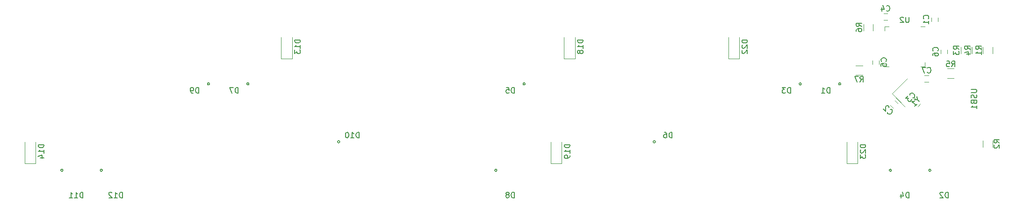
<source format=gbr>
G04 #@! TF.GenerationSoftware,KiCad,Pcbnew,(5.1.10)-1*
G04 #@! TF.CreationDate,2021-06-23T21:24:02+07:00*
G04 #@! TF.ProjectId,uso!VNC,75736f21-564e-4432-9e6b-696361645f70,rev?*
G04 #@! TF.SameCoordinates,Original*
G04 #@! TF.FileFunction,Legend,Bot*
G04 #@! TF.FilePolarity,Positive*
%FSLAX45Y45*%
G04 Gerber Fmt 4.5, Leading zero omitted, Abs format (unit mm)*
G04 Created by KiCad (PCBNEW (5.1.10)-1) date 2021-06-23 21:24:02*
%MOMM*%
%LPD*%
G01*
G04 APERTURE LIST*
%ADD10C,0.120000*%
%ADD11C,0.150000*%
G04 APERTURE END LIST*
D10*
X30776874Y-19623394D02*
X30896874Y-19623394D01*
X30896874Y-19447394D02*
X30776874Y-19447394D01*
X31196040Y-19178580D02*
X31196040Y-19058580D01*
X31020040Y-19058580D02*
X31020040Y-19178580D01*
X29619500Y-18570250D02*
X29689500Y-18570250D01*
X29689500Y-18450250D02*
X29619500Y-18450250D01*
X30362450Y-19694200D02*
X30432450Y-19694200D01*
X30432450Y-19574200D02*
X30362450Y-19574200D01*
X29416700Y-19300750D02*
X29416700Y-19370750D01*
X29536700Y-19370750D02*
X29536700Y-19300750D01*
X30603500Y-18596050D02*
X30603500Y-18526050D01*
X30483500Y-18526050D02*
X30483500Y-18596050D01*
X30292250Y-18689000D02*
X30364750Y-18689000D01*
X29642750Y-19411000D02*
X29642750Y-19338500D01*
X29715250Y-19411000D02*
X29642750Y-19411000D01*
X30364750Y-19411000D02*
X30364750Y-19338500D01*
X30292250Y-19411000D02*
X30364750Y-19411000D01*
X29642750Y-18689000D02*
X29642750Y-18761500D01*
X29715250Y-18689000D02*
X29642750Y-18689000D01*
X29771056Y-19906599D02*
X30053899Y-19623756D01*
X30004401Y-20139944D02*
X29771056Y-19906599D01*
X29238250Y-19393800D02*
X29118250Y-19393800D01*
X29118250Y-19569800D02*
X29238250Y-19569800D01*
X29431350Y-18760750D02*
X29431350Y-18640750D01*
X29255350Y-18640750D02*
X29255350Y-18760750D01*
X31396040Y-19178580D02*
X31396040Y-19058580D01*
X31220040Y-19058580D02*
X31220040Y-19178580D01*
X31420040Y-20758580D02*
X31420040Y-20878580D01*
X31596040Y-20878580D02*
X31596040Y-20758580D01*
X31596040Y-19178580D02*
X31596040Y-19058580D01*
X31420040Y-19058580D02*
X31420040Y-19178580D01*
X29151250Y-21180000D02*
X28951250Y-21180000D01*
X28951250Y-21180000D02*
X28951250Y-20790000D01*
X29151250Y-21180000D02*
X29151250Y-20790000D01*
X27008125Y-19275000D02*
X26808125Y-19275000D01*
X26808125Y-19275000D02*
X26808125Y-18885000D01*
X27008125Y-19275000D02*
X27008125Y-18885000D01*
X23793437Y-21180000D02*
X23593437Y-21180000D01*
X23593437Y-21180000D02*
X23593437Y-20790000D01*
X23793437Y-21180000D02*
X23793437Y-20790000D01*
X24031562Y-19275000D02*
X23831562Y-19275000D01*
X23831562Y-19275000D02*
X23831562Y-18885000D01*
X24031562Y-19275000D02*
X24031562Y-18885000D01*
X14268437Y-21180000D02*
X14068437Y-21180000D01*
X14068437Y-21180000D02*
X14068437Y-20790000D01*
X14268437Y-21180000D02*
X14268437Y-20790000D01*
X18911875Y-19275000D02*
X18711875Y-19275000D01*
X18711875Y-19275000D02*
X18711875Y-18885000D01*
X18911875Y-19275000D02*
X18911875Y-18885000D01*
X30774950Y-19180250D02*
X30774950Y-19110250D01*
X30654950Y-19110250D02*
X30654950Y-19180250D01*
X30237328Y-20145875D02*
X30286825Y-20096378D01*
X30201972Y-20011525D02*
X30152475Y-20061022D01*
X29874075Y-20086422D02*
X29824578Y-20036925D01*
X29739725Y-20121778D02*
X29789222Y-20171275D01*
D11*
X22618995Y-21300509D02*
G75*
G03*
X22618995Y-21300509I-20000J0D01*
G01*
X25487500Y-20783000D02*
G75*
G03*
X25487500Y-20783000I-20000J0D01*
G01*
X19772500Y-20783000D02*
G75*
G03*
X19772500Y-20783000I-20000J0D01*
G01*
X15475245Y-21300509D02*
G75*
G03*
X15475245Y-21300509I-20000J0D01*
G01*
X14760870Y-21300509D02*
G75*
G03*
X14760870Y-21300509I-20000J0D01*
G01*
X29762745Y-21300509D02*
G75*
G03*
X29762745Y-21300509I-20000J0D01*
G01*
X30477120Y-21300509D02*
G75*
G03*
X30477120Y-21300509I-20000J0D01*
G01*
X17415000Y-19730000D02*
G75*
G03*
X17415000Y-19730000I-20000J0D01*
G01*
X18129375Y-19730000D02*
G75*
G03*
X18129375Y-19730000I-20000J0D01*
G01*
X23130000Y-19730000D02*
G75*
G03*
X23130000Y-19730000I-20000J0D01*
G01*
X28130625Y-19730000D02*
G75*
G03*
X28130625Y-19730000I-20000J0D01*
G01*
X28845000Y-19730000D02*
G75*
G03*
X28845000Y-19730000I-20000J0D01*
G01*
X30853541Y-19415632D02*
X30886874Y-19368013D01*
X30910683Y-19415632D02*
X30910683Y-19315632D01*
X30872588Y-19315632D01*
X30863064Y-19320394D01*
X30858302Y-19325156D01*
X30853541Y-19334680D01*
X30853541Y-19348965D01*
X30858302Y-19358489D01*
X30863064Y-19363251D01*
X30872588Y-19368013D01*
X30910683Y-19368013D01*
X30763064Y-19315632D02*
X30810683Y-19315632D01*
X30815445Y-19363251D01*
X30810683Y-19358489D01*
X30801160Y-19353727D01*
X30777350Y-19353727D01*
X30767826Y-19358489D01*
X30763064Y-19363251D01*
X30758302Y-19372775D01*
X30758302Y-19396584D01*
X30763064Y-19406108D01*
X30767826Y-19410870D01*
X30777350Y-19415632D01*
X30801160Y-19415632D01*
X30810683Y-19410870D01*
X30815445Y-19406108D01*
X30988278Y-19101913D02*
X30940659Y-19068580D01*
X30988278Y-19044770D02*
X30888278Y-19044770D01*
X30888278Y-19082866D01*
X30893040Y-19092390D01*
X30897802Y-19097151D01*
X30907326Y-19101913D01*
X30921611Y-19101913D01*
X30931135Y-19097151D01*
X30935897Y-19092390D01*
X30940659Y-19082866D01*
X30940659Y-19044770D01*
X30888278Y-19135247D02*
X30888278Y-19197151D01*
X30926373Y-19163818D01*
X30926373Y-19178104D01*
X30931135Y-19187628D01*
X30935897Y-19192390D01*
X30945421Y-19197151D01*
X30969230Y-19197151D01*
X30978754Y-19192390D01*
X30983516Y-19187628D01*
X30988278Y-19178104D01*
X30988278Y-19149532D01*
X30983516Y-19140009D01*
X30978754Y-19135247D01*
X29671167Y-18395964D02*
X29675928Y-18400726D01*
X29690214Y-18405488D01*
X29699738Y-18405488D01*
X29714024Y-18400726D01*
X29723548Y-18391202D01*
X29728309Y-18381679D01*
X29733071Y-18362631D01*
X29733071Y-18348345D01*
X29728309Y-18329298D01*
X29723548Y-18319774D01*
X29714024Y-18310250D01*
X29699738Y-18305488D01*
X29690214Y-18305488D01*
X29675928Y-18310250D01*
X29671167Y-18315012D01*
X29585452Y-18338821D02*
X29585452Y-18405488D01*
X29609262Y-18300726D02*
X29633071Y-18372155D01*
X29571167Y-18372155D01*
X30414117Y-19519914D02*
X30418878Y-19524676D01*
X30433164Y-19529438D01*
X30442688Y-19529438D01*
X30456974Y-19524676D01*
X30466498Y-19515152D01*
X30471259Y-19505629D01*
X30476021Y-19486581D01*
X30476021Y-19472295D01*
X30471259Y-19453248D01*
X30466498Y-19443724D01*
X30456974Y-19434200D01*
X30442688Y-19429438D01*
X30433164Y-19429438D01*
X30418878Y-19434200D01*
X30414117Y-19438962D01*
X30380783Y-19429438D02*
X30314117Y-19429438D01*
X30356974Y-19529438D01*
X29662414Y-19319083D02*
X29667176Y-19314321D01*
X29671938Y-19300036D01*
X29671938Y-19290512D01*
X29667176Y-19276226D01*
X29657652Y-19266702D01*
X29648128Y-19261940D01*
X29629081Y-19257179D01*
X29614795Y-19257179D01*
X29595748Y-19261940D01*
X29586224Y-19266702D01*
X29576700Y-19276226D01*
X29571938Y-19290512D01*
X29571938Y-19300036D01*
X29576700Y-19314321D01*
X29581462Y-19319083D01*
X29571938Y-19409560D02*
X29571938Y-19361940D01*
X29619557Y-19357179D01*
X29614795Y-19361940D01*
X29610033Y-19371464D01*
X29610033Y-19395274D01*
X29614795Y-19404798D01*
X29619557Y-19409560D01*
X29629081Y-19414321D01*
X29652890Y-19414321D01*
X29662414Y-19409560D01*
X29667176Y-19404798D01*
X29671938Y-19395274D01*
X29671938Y-19371464D01*
X29667176Y-19361940D01*
X29662414Y-19357179D01*
X30429214Y-18544383D02*
X30433976Y-18539621D01*
X30438738Y-18525336D01*
X30438738Y-18515812D01*
X30433976Y-18501526D01*
X30424452Y-18492002D01*
X30414928Y-18487240D01*
X30395881Y-18482479D01*
X30381595Y-18482479D01*
X30362548Y-18487240D01*
X30353024Y-18492002D01*
X30343500Y-18501526D01*
X30338738Y-18515812D01*
X30338738Y-18525336D01*
X30343500Y-18539621D01*
X30348262Y-18544383D01*
X30438738Y-18639621D02*
X30438738Y-18582479D01*
X30438738Y-18611050D02*
X30338738Y-18611050D01*
X30353024Y-18601526D01*
X30362548Y-18592002D01*
X30367309Y-18582479D01*
X30079940Y-18513238D02*
X30079940Y-18594190D01*
X30075178Y-18603714D01*
X30070417Y-18608476D01*
X30060893Y-18613238D01*
X30041845Y-18613238D01*
X30032321Y-18608476D01*
X30027559Y-18603714D01*
X30022798Y-18594190D01*
X30022798Y-18513238D01*
X29979940Y-18522762D02*
X29975178Y-18518000D01*
X29965655Y-18513238D01*
X29941845Y-18513238D01*
X29932321Y-18518000D01*
X29927559Y-18522762D01*
X29922798Y-18532286D01*
X29922798Y-18541810D01*
X29927559Y-18556095D01*
X29984702Y-18613238D01*
X29922798Y-18613238D01*
X30234379Y-20019736D02*
X30268051Y-20053408D01*
X30220911Y-19959127D02*
X30234379Y-20019736D01*
X30173770Y-20006267D01*
X30183872Y-20137587D02*
X30224278Y-20097181D01*
X30204075Y-20117384D02*
X30133364Y-20046673D01*
X30150200Y-20050040D01*
X30163669Y-20050040D01*
X30173770Y-20046673D01*
X29194917Y-19692038D02*
X29228250Y-19644419D01*
X29252059Y-19692038D02*
X29252059Y-19592038D01*
X29213964Y-19592038D01*
X29204440Y-19596800D01*
X29199678Y-19601562D01*
X29194917Y-19611086D01*
X29194917Y-19625371D01*
X29199678Y-19634895D01*
X29204440Y-19639657D01*
X29213964Y-19644419D01*
X29252059Y-19644419D01*
X29161583Y-19592038D02*
X29094917Y-19592038D01*
X29137774Y-19692038D01*
X29223588Y-18684083D02*
X29175969Y-18650750D01*
X29223588Y-18626940D02*
X29123588Y-18626940D01*
X29123588Y-18665036D01*
X29128350Y-18674560D01*
X29133112Y-18679321D01*
X29142636Y-18684083D01*
X29156921Y-18684083D01*
X29166445Y-18679321D01*
X29171207Y-18674560D01*
X29175969Y-18665036D01*
X29175969Y-18626940D01*
X29123588Y-18769798D02*
X29123588Y-18750750D01*
X29128350Y-18741226D01*
X29133112Y-18736464D01*
X29147398Y-18726940D01*
X29166445Y-18722179D01*
X29204540Y-18722179D01*
X29214064Y-18726940D01*
X29218826Y-18731702D01*
X29223588Y-18741226D01*
X29223588Y-18760274D01*
X29218826Y-18769798D01*
X29214064Y-18774560D01*
X29204540Y-18779321D01*
X29180731Y-18779321D01*
X29171207Y-18774560D01*
X29166445Y-18769798D01*
X29161683Y-18760274D01*
X29161683Y-18741226D01*
X29166445Y-18731702D01*
X29171207Y-18726940D01*
X29180731Y-18722179D01*
X31188278Y-19101913D02*
X31140659Y-19068580D01*
X31188278Y-19044770D02*
X31088278Y-19044770D01*
X31088278Y-19082866D01*
X31093040Y-19092390D01*
X31097802Y-19097151D01*
X31107326Y-19101913D01*
X31121611Y-19101913D01*
X31131135Y-19097151D01*
X31135897Y-19092390D01*
X31140659Y-19082866D01*
X31140659Y-19044770D01*
X31121611Y-19187628D02*
X31188278Y-19187628D01*
X31083516Y-19163818D02*
X31154945Y-19140009D01*
X31154945Y-19201913D01*
X31718278Y-20801913D02*
X31670659Y-20768580D01*
X31718278Y-20744770D02*
X31618278Y-20744770D01*
X31618278Y-20782866D01*
X31623040Y-20792390D01*
X31627802Y-20797151D01*
X31637326Y-20801913D01*
X31651611Y-20801913D01*
X31661135Y-20797151D01*
X31665897Y-20792390D01*
X31670659Y-20782866D01*
X31670659Y-20744770D01*
X31627802Y-20840009D02*
X31623040Y-20844770D01*
X31618278Y-20854294D01*
X31618278Y-20878104D01*
X31623040Y-20887628D01*
X31627802Y-20892390D01*
X31637326Y-20897151D01*
X31646849Y-20897151D01*
X31661135Y-20892390D01*
X31718278Y-20835247D01*
X31718278Y-20897151D01*
X31388278Y-19101913D02*
X31340659Y-19068580D01*
X31388278Y-19044770D02*
X31288278Y-19044770D01*
X31288278Y-19082866D01*
X31293040Y-19092390D01*
X31297802Y-19097151D01*
X31307326Y-19101913D01*
X31321611Y-19101913D01*
X31331135Y-19097151D01*
X31335897Y-19092390D01*
X31340659Y-19082866D01*
X31340659Y-19044770D01*
X31388278Y-19197151D02*
X31388278Y-19140009D01*
X31388278Y-19168580D02*
X31288278Y-19168580D01*
X31302564Y-19159056D01*
X31312088Y-19149532D01*
X31316849Y-19140009D01*
X29296488Y-20833571D02*
X29196488Y-20833571D01*
X29196488Y-20857381D01*
X29201250Y-20871667D01*
X29210774Y-20881190D01*
X29220298Y-20885952D01*
X29239345Y-20890714D01*
X29253631Y-20890714D01*
X29272678Y-20885952D01*
X29282202Y-20881190D01*
X29291726Y-20871667D01*
X29296488Y-20857381D01*
X29296488Y-20833571D01*
X29206012Y-20928810D02*
X29201250Y-20933571D01*
X29196488Y-20943095D01*
X29196488Y-20966905D01*
X29201250Y-20976429D01*
X29206012Y-20981190D01*
X29215536Y-20985952D01*
X29225059Y-20985952D01*
X29239345Y-20981190D01*
X29296488Y-20924048D01*
X29296488Y-20985952D01*
X29196488Y-21019286D02*
X29196488Y-21081190D01*
X29234583Y-21047857D01*
X29234583Y-21062143D01*
X29239345Y-21071667D01*
X29244107Y-21076429D01*
X29253631Y-21081190D01*
X29277440Y-21081190D01*
X29286964Y-21076429D01*
X29291726Y-21071667D01*
X29296488Y-21062143D01*
X29296488Y-21033571D01*
X29291726Y-21024048D01*
X29286964Y-21019286D01*
X27153363Y-18928571D02*
X27053363Y-18928571D01*
X27053363Y-18952381D01*
X27058125Y-18966667D01*
X27067649Y-18976190D01*
X27077173Y-18980952D01*
X27096220Y-18985714D01*
X27110506Y-18985714D01*
X27129553Y-18980952D01*
X27139077Y-18976190D01*
X27148601Y-18966667D01*
X27153363Y-18952381D01*
X27153363Y-18928571D01*
X27062887Y-19023810D02*
X27058125Y-19028571D01*
X27053363Y-19038095D01*
X27053363Y-19061905D01*
X27058125Y-19071429D01*
X27062887Y-19076190D01*
X27072411Y-19080952D01*
X27081934Y-19080952D01*
X27096220Y-19076190D01*
X27153363Y-19019048D01*
X27153363Y-19080952D01*
X27062887Y-19119048D02*
X27058125Y-19123810D01*
X27053363Y-19133333D01*
X27053363Y-19157143D01*
X27058125Y-19166667D01*
X27062887Y-19171429D01*
X27072411Y-19176190D01*
X27081934Y-19176190D01*
X27096220Y-19171429D01*
X27153363Y-19114286D01*
X27153363Y-19176190D01*
X23938675Y-20833571D02*
X23838675Y-20833571D01*
X23838675Y-20857381D01*
X23843437Y-20871667D01*
X23852961Y-20881190D01*
X23862485Y-20885952D01*
X23881533Y-20890714D01*
X23895818Y-20890714D01*
X23914866Y-20885952D01*
X23924390Y-20881190D01*
X23933914Y-20871667D01*
X23938675Y-20857381D01*
X23938675Y-20833571D01*
X23938675Y-20985952D02*
X23938675Y-20928810D01*
X23938675Y-20957381D02*
X23838675Y-20957381D01*
X23852961Y-20947857D01*
X23862485Y-20938333D01*
X23867247Y-20928810D01*
X23938675Y-21033571D02*
X23938675Y-21052619D01*
X23933914Y-21062143D01*
X23929152Y-21066905D01*
X23914866Y-21076429D01*
X23895818Y-21081190D01*
X23857723Y-21081190D01*
X23848199Y-21076429D01*
X23843437Y-21071667D01*
X23838675Y-21062143D01*
X23838675Y-21043095D01*
X23843437Y-21033571D01*
X23848199Y-21028810D01*
X23857723Y-21024048D01*
X23881533Y-21024048D01*
X23891056Y-21028810D01*
X23895818Y-21033571D01*
X23900580Y-21043095D01*
X23900580Y-21062143D01*
X23895818Y-21071667D01*
X23891056Y-21076429D01*
X23881533Y-21081190D01*
X24176800Y-18928571D02*
X24076800Y-18928571D01*
X24076800Y-18952381D01*
X24081562Y-18966667D01*
X24091086Y-18976190D01*
X24100610Y-18980952D01*
X24119658Y-18985714D01*
X24133943Y-18985714D01*
X24152991Y-18980952D01*
X24162515Y-18976190D01*
X24172039Y-18966667D01*
X24176800Y-18952381D01*
X24176800Y-18928571D01*
X24176800Y-19080952D02*
X24176800Y-19023810D01*
X24176800Y-19052381D02*
X24076800Y-19052381D01*
X24091086Y-19042857D01*
X24100610Y-19033333D01*
X24105372Y-19023810D01*
X24119658Y-19138095D02*
X24114896Y-19128571D01*
X24110134Y-19123810D01*
X24100610Y-19119048D01*
X24095848Y-19119048D01*
X24086324Y-19123810D01*
X24081562Y-19128571D01*
X24076800Y-19138095D01*
X24076800Y-19157143D01*
X24081562Y-19166667D01*
X24086324Y-19171429D01*
X24095848Y-19176190D01*
X24100610Y-19176190D01*
X24110134Y-19171429D01*
X24114896Y-19166667D01*
X24119658Y-19157143D01*
X24119658Y-19138095D01*
X24124420Y-19128571D01*
X24129181Y-19123810D01*
X24138705Y-19119048D01*
X24157753Y-19119048D01*
X24167277Y-19123810D01*
X24172039Y-19128571D01*
X24176800Y-19138095D01*
X24176800Y-19157143D01*
X24172039Y-19166667D01*
X24167277Y-19171429D01*
X24157753Y-19176190D01*
X24138705Y-19176190D01*
X24129181Y-19171429D01*
X24124420Y-19166667D01*
X24119658Y-19157143D01*
X14413675Y-20833571D02*
X14313675Y-20833571D01*
X14313675Y-20857381D01*
X14318437Y-20871667D01*
X14327961Y-20881190D01*
X14337485Y-20885952D01*
X14356533Y-20890714D01*
X14370818Y-20890714D01*
X14389866Y-20885952D01*
X14399390Y-20881190D01*
X14408914Y-20871667D01*
X14413675Y-20857381D01*
X14413675Y-20833571D01*
X14413675Y-20985952D02*
X14413675Y-20928810D01*
X14413675Y-20957381D02*
X14313675Y-20957381D01*
X14327961Y-20947857D01*
X14337485Y-20938333D01*
X14342247Y-20928810D01*
X14347009Y-21071667D02*
X14413675Y-21071667D01*
X14308914Y-21047857D02*
X14380342Y-21024048D01*
X14380342Y-21085952D01*
X19057113Y-18928571D02*
X18957113Y-18928571D01*
X18957113Y-18952381D01*
X18961875Y-18966667D01*
X18971399Y-18976190D01*
X18980923Y-18980952D01*
X18999970Y-18985714D01*
X19014256Y-18985714D01*
X19033304Y-18980952D01*
X19042827Y-18976190D01*
X19052351Y-18966667D01*
X19057113Y-18952381D01*
X19057113Y-18928571D01*
X19057113Y-19080952D02*
X19057113Y-19023810D01*
X19057113Y-19052381D02*
X18957113Y-19052381D01*
X18971399Y-19042857D01*
X18980923Y-19033333D01*
X18985685Y-19023810D01*
X18957113Y-19114286D02*
X18957113Y-19176190D01*
X18995208Y-19142857D01*
X18995208Y-19157143D01*
X18999970Y-19166667D01*
X19004732Y-19171429D01*
X19014256Y-19176190D01*
X19038065Y-19176190D01*
X19047589Y-19171429D01*
X19052351Y-19166667D01*
X19057113Y-19157143D01*
X19057113Y-19128571D01*
X19052351Y-19119048D01*
X19047589Y-19114286D01*
X30600664Y-19128583D02*
X30605426Y-19123821D01*
X30610188Y-19109536D01*
X30610188Y-19100012D01*
X30605426Y-19085726D01*
X30595902Y-19076202D01*
X30586378Y-19071440D01*
X30567331Y-19066679D01*
X30553045Y-19066679D01*
X30533998Y-19071440D01*
X30524474Y-19076202D01*
X30514950Y-19085726D01*
X30510188Y-19100012D01*
X30510188Y-19109536D01*
X30514950Y-19123821D01*
X30519712Y-19128583D01*
X30510188Y-19214298D02*
X30510188Y-19195250D01*
X30514950Y-19185726D01*
X30519712Y-19180964D01*
X30533998Y-19171440D01*
X30553045Y-19166679D01*
X30591140Y-19166679D01*
X30600664Y-19171440D01*
X30605426Y-19176202D01*
X30610188Y-19185726D01*
X30610188Y-19204774D01*
X30605426Y-19214298D01*
X30600664Y-19219060D01*
X30591140Y-19223821D01*
X30567331Y-19223821D01*
X30557807Y-19219060D01*
X30553045Y-19214298D01*
X30548283Y-19204774D01*
X30548283Y-19185726D01*
X30553045Y-19176202D01*
X30557807Y-19171440D01*
X30567331Y-19166679D01*
X30150623Y-19986103D02*
X30157357Y-19986103D01*
X30170826Y-19979368D01*
X30177560Y-19972634D01*
X30184295Y-19959165D01*
X30184295Y-19945697D01*
X30180927Y-19935595D01*
X30170826Y-19918759D01*
X30160724Y-19908658D01*
X30143888Y-19898556D01*
X30133787Y-19895189D01*
X30120318Y-19895189D01*
X30106850Y-19901923D01*
X30100115Y-19908658D01*
X30093381Y-19922126D01*
X30093381Y-19928861D01*
X30063076Y-19945697D02*
X30019303Y-19989470D01*
X30069811Y-19992837D01*
X30059709Y-20002939D01*
X30056342Y-20013040D01*
X30056342Y-20019774D01*
X30059709Y-20029876D01*
X30076545Y-20046712D01*
X30086646Y-20050079D01*
X30093381Y-20050079D01*
X30103482Y-20046712D01*
X30123685Y-20026509D01*
X30127053Y-20016407D01*
X30127053Y-20009673D01*
X29687365Y-20247205D02*
X29687365Y-20253939D01*
X29694100Y-20267408D01*
X29700834Y-20274142D01*
X29714303Y-20280877D01*
X29727771Y-20280877D01*
X29737873Y-20277510D01*
X29754709Y-20267408D01*
X29764810Y-20257306D01*
X29774912Y-20240471D01*
X29778279Y-20230369D01*
X29778279Y-20216900D01*
X29771545Y-20203432D01*
X29764810Y-20196697D01*
X29751342Y-20189963D01*
X29744607Y-20189963D01*
X29717670Y-20163026D02*
X29717670Y-20156291D01*
X29714303Y-20146190D01*
X29697467Y-20129354D01*
X29687365Y-20125987D01*
X29680631Y-20125987D01*
X29670529Y-20129354D01*
X29663795Y-20136088D01*
X29657061Y-20149557D01*
X29657061Y-20230369D01*
X29613287Y-20186596D01*
X22933809Y-21800238D02*
X22933809Y-21700238D01*
X22910000Y-21700238D01*
X22895714Y-21705000D01*
X22886190Y-21714524D01*
X22881428Y-21724048D01*
X22876667Y-21743095D01*
X22876667Y-21757381D01*
X22881428Y-21776429D01*
X22886190Y-21785952D01*
X22895714Y-21795476D01*
X22910000Y-21800238D01*
X22933809Y-21800238D01*
X22819524Y-21743095D02*
X22829048Y-21738333D01*
X22833809Y-21733571D01*
X22838571Y-21724048D01*
X22838571Y-21719286D01*
X22833809Y-21709762D01*
X22829048Y-21705000D01*
X22819524Y-21700238D01*
X22800476Y-21700238D01*
X22790952Y-21705000D01*
X22786190Y-21709762D01*
X22781428Y-21719286D01*
X22781428Y-21724048D01*
X22786190Y-21733571D01*
X22790952Y-21738333D01*
X22800476Y-21743095D01*
X22819524Y-21743095D01*
X22829048Y-21747857D01*
X22833809Y-21752619D01*
X22838571Y-21762143D01*
X22838571Y-21781190D01*
X22833809Y-21790714D01*
X22829048Y-21795476D01*
X22819524Y-21800238D01*
X22800476Y-21800238D01*
X22790952Y-21795476D01*
X22786190Y-21790714D01*
X22781428Y-21781190D01*
X22781428Y-21762143D01*
X22786190Y-21752619D01*
X22790952Y-21747857D01*
X22800476Y-21743095D01*
X25791309Y-20708238D02*
X25791309Y-20608238D01*
X25767500Y-20608238D01*
X25753214Y-20613000D01*
X25743690Y-20622524D01*
X25738928Y-20632048D01*
X25734167Y-20651095D01*
X25734167Y-20665381D01*
X25738928Y-20684429D01*
X25743690Y-20693952D01*
X25753214Y-20703476D01*
X25767500Y-20708238D01*
X25791309Y-20708238D01*
X25648452Y-20608238D02*
X25667500Y-20608238D01*
X25677024Y-20613000D01*
X25681786Y-20617762D01*
X25691309Y-20632048D01*
X25696071Y-20651095D01*
X25696071Y-20689190D01*
X25691309Y-20698714D01*
X25686548Y-20703476D01*
X25677024Y-20708238D01*
X25657976Y-20708238D01*
X25648452Y-20703476D01*
X25643690Y-20698714D01*
X25638928Y-20689190D01*
X25638928Y-20665381D01*
X25643690Y-20655857D01*
X25648452Y-20651095D01*
X25657976Y-20646333D01*
X25677024Y-20646333D01*
X25686548Y-20651095D01*
X25691309Y-20655857D01*
X25696071Y-20665381D01*
X20123929Y-20708238D02*
X20123929Y-20608238D01*
X20100119Y-20608238D01*
X20085833Y-20613000D01*
X20076310Y-20622524D01*
X20071548Y-20632048D01*
X20066786Y-20651095D01*
X20066786Y-20665381D01*
X20071548Y-20684429D01*
X20076310Y-20693952D01*
X20085833Y-20703476D01*
X20100119Y-20708238D01*
X20123929Y-20708238D01*
X19971548Y-20708238D02*
X20028690Y-20708238D01*
X20000119Y-20708238D02*
X20000119Y-20608238D01*
X20009643Y-20622524D01*
X20019167Y-20632048D01*
X20028690Y-20636810D01*
X19909643Y-20608238D02*
X19900119Y-20608238D01*
X19890595Y-20613000D01*
X19885833Y-20617762D01*
X19881071Y-20627286D01*
X19876310Y-20646333D01*
X19876310Y-20670143D01*
X19881071Y-20689190D01*
X19885833Y-20698714D01*
X19890595Y-20703476D01*
X19900119Y-20708238D01*
X19909643Y-20708238D01*
X19919167Y-20703476D01*
X19923929Y-20698714D01*
X19928690Y-20689190D01*
X19933452Y-20670143D01*
X19933452Y-20646333D01*
X19928690Y-20627286D01*
X19923929Y-20617762D01*
X19919167Y-20613000D01*
X19909643Y-20608238D01*
X15837678Y-21800238D02*
X15837678Y-21700238D01*
X15813869Y-21700238D01*
X15799583Y-21705000D01*
X15790059Y-21714524D01*
X15785298Y-21724048D01*
X15780536Y-21743095D01*
X15780536Y-21757381D01*
X15785298Y-21776429D01*
X15790059Y-21785952D01*
X15799583Y-21795476D01*
X15813869Y-21800238D01*
X15837678Y-21800238D01*
X15685298Y-21800238D02*
X15742440Y-21800238D01*
X15713869Y-21800238D02*
X15713869Y-21700238D01*
X15723393Y-21714524D01*
X15732917Y-21724048D01*
X15742440Y-21728810D01*
X15647202Y-21709762D02*
X15642440Y-21705000D01*
X15632917Y-21700238D01*
X15609107Y-21700238D01*
X15599583Y-21705000D01*
X15594821Y-21709762D01*
X15590059Y-21719286D01*
X15590059Y-21728810D01*
X15594821Y-21743095D01*
X15651964Y-21800238D01*
X15590059Y-21800238D01*
X15123303Y-21800238D02*
X15123303Y-21700238D01*
X15099494Y-21700238D01*
X15085208Y-21705000D01*
X15075684Y-21714524D01*
X15070923Y-21724048D01*
X15066161Y-21743095D01*
X15066161Y-21757381D01*
X15070923Y-21776429D01*
X15075684Y-21785952D01*
X15085208Y-21795476D01*
X15099494Y-21800238D01*
X15123303Y-21800238D01*
X14970923Y-21800238D02*
X15028065Y-21800238D01*
X14999494Y-21800238D02*
X14999494Y-21700238D01*
X15009018Y-21714524D01*
X15018542Y-21724048D01*
X15028065Y-21728810D01*
X14875684Y-21800238D02*
X14932827Y-21800238D01*
X14904256Y-21800238D02*
X14904256Y-21700238D01*
X14913780Y-21714524D01*
X14923303Y-21724048D01*
X14932827Y-21728810D01*
X30077559Y-21800238D02*
X30077559Y-21700238D01*
X30053750Y-21700238D01*
X30039464Y-21705000D01*
X30029940Y-21714524D01*
X30025178Y-21724048D01*
X30020417Y-21743095D01*
X30020417Y-21757381D01*
X30025178Y-21776429D01*
X30029940Y-21785952D01*
X30039464Y-21795476D01*
X30053750Y-21800238D01*
X30077559Y-21800238D01*
X29934702Y-21733571D02*
X29934702Y-21800238D01*
X29958512Y-21695476D02*
X29982321Y-21766905D01*
X29920417Y-21766905D01*
X30791934Y-21800238D02*
X30791934Y-21700238D01*
X30768125Y-21700238D01*
X30753839Y-21705000D01*
X30744315Y-21714524D01*
X30739553Y-21724048D01*
X30734792Y-21743095D01*
X30734792Y-21757381D01*
X30739553Y-21776429D01*
X30744315Y-21785952D01*
X30753839Y-21795476D01*
X30768125Y-21800238D01*
X30791934Y-21800238D01*
X30696696Y-21709762D02*
X30691934Y-21705000D01*
X30682411Y-21700238D01*
X30658601Y-21700238D01*
X30649077Y-21705000D01*
X30644315Y-21709762D01*
X30639553Y-21719286D01*
X30639553Y-21728810D01*
X30644315Y-21743095D01*
X30701458Y-21800238D01*
X30639553Y-21800238D01*
X17218810Y-19895238D02*
X17218810Y-19795238D01*
X17195000Y-19795238D01*
X17180714Y-19800000D01*
X17171190Y-19809524D01*
X17166429Y-19819048D01*
X17161667Y-19838095D01*
X17161667Y-19852381D01*
X17166429Y-19871429D01*
X17171190Y-19880952D01*
X17180714Y-19890476D01*
X17195000Y-19895238D01*
X17218810Y-19895238D01*
X17114048Y-19895238D02*
X17095000Y-19895238D01*
X17085476Y-19890476D01*
X17080714Y-19885714D01*
X17071190Y-19871429D01*
X17066429Y-19852381D01*
X17066429Y-19814286D01*
X17071190Y-19804762D01*
X17075952Y-19800000D01*
X17085476Y-19795238D01*
X17104524Y-19795238D01*
X17114048Y-19800000D01*
X17118810Y-19804762D01*
X17123571Y-19814286D01*
X17123571Y-19838095D01*
X17118810Y-19847619D01*
X17114048Y-19852381D01*
X17104524Y-19857143D01*
X17085476Y-19857143D01*
X17075952Y-19852381D01*
X17071190Y-19847619D01*
X17066429Y-19838095D01*
X17933185Y-19895238D02*
X17933185Y-19795238D01*
X17909375Y-19795238D01*
X17895089Y-19800000D01*
X17885565Y-19809524D01*
X17880804Y-19819048D01*
X17876042Y-19838095D01*
X17876042Y-19852381D01*
X17880804Y-19871429D01*
X17885565Y-19880952D01*
X17895089Y-19890476D01*
X17909375Y-19895238D01*
X17933185Y-19895238D01*
X17842708Y-19795238D02*
X17776042Y-19795238D01*
X17818899Y-19895238D01*
X22933809Y-19895238D02*
X22933809Y-19795238D01*
X22910000Y-19795238D01*
X22895714Y-19800000D01*
X22886190Y-19809524D01*
X22881428Y-19819048D01*
X22876667Y-19838095D01*
X22876667Y-19852381D01*
X22881428Y-19871429D01*
X22886190Y-19880952D01*
X22895714Y-19890476D01*
X22910000Y-19895238D01*
X22933809Y-19895238D01*
X22786190Y-19795238D02*
X22833809Y-19795238D01*
X22838571Y-19842857D01*
X22833809Y-19838095D01*
X22824286Y-19833333D01*
X22800476Y-19833333D01*
X22790952Y-19838095D01*
X22786190Y-19842857D01*
X22781428Y-19852381D01*
X22781428Y-19876190D01*
X22786190Y-19885714D01*
X22790952Y-19890476D01*
X22800476Y-19895238D01*
X22824286Y-19895238D01*
X22833809Y-19890476D01*
X22838571Y-19885714D01*
X27934434Y-19895238D02*
X27934434Y-19795238D01*
X27910625Y-19795238D01*
X27896339Y-19800000D01*
X27886815Y-19809524D01*
X27882053Y-19819048D01*
X27877292Y-19838095D01*
X27877292Y-19852381D01*
X27882053Y-19871429D01*
X27886815Y-19880952D01*
X27896339Y-19890476D01*
X27910625Y-19895238D01*
X27934434Y-19895238D01*
X27843958Y-19795238D02*
X27782053Y-19795238D01*
X27815387Y-19833333D01*
X27801101Y-19833333D01*
X27791577Y-19838095D01*
X27786815Y-19842857D01*
X27782053Y-19852381D01*
X27782053Y-19876190D01*
X27786815Y-19885714D01*
X27791577Y-19890476D01*
X27801101Y-19895238D01*
X27829673Y-19895238D01*
X27839196Y-19890476D01*
X27843958Y-19885714D01*
X28648809Y-19895238D02*
X28648809Y-19795238D01*
X28625000Y-19795238D01*
X28610714Y-19800000D01*
X28601190Y-19809524D01*
X28596428Y-19819048D01*
X28591667Y-19838095D01*
X28591667Y-19852381D01*
X28596428Y-19871429D01*
X28601190Y-19880952D01*
X28610714Y-19890476D01*
X28625000Y-19895238D01*
X28648809Y-19895238D01*
X28496428Y-19895238D02*
X28553571Y-19895238D01*
X28525000Y-19895238D02*
X28525000Y-19795238D01*
X28534524Y-19809524D01*
X28544048Y-19819048D01*
X28553571Y-19823810D01*
X31205238Y-19828690D02*
X31286190Y-19828690D01*
X31295714Y-19833452D01*
X31300476Y-19838214D01*
X31305238Y-19847738D01*
X31305238Y-19866786D01*
X31300476Y-19876310D01*
X31295714Y-19881071D01*
X31286190Y-19885833D01*
X31205238Y-19885833D01*
X31300476Y-19928690D02*
X31305238Y-19942976D01*
X31305238Y-19966786D01*
X31300476Y-19976310D01*
X31295714Y-19981071D01*
X31286190Y-19985833D01*
X31276667Y-19985833D01*
X31267143Y-19981071D01*
X31262381Y-19976310D01*
X31257619Y-19966786D01*
X31252857Y-19947738D01*
X31248095Y-19938214D01*
X31243333Y-19933452D01*
X31233809Y-19928690D01*
X31224286Y-19928690D01*
X31214762Y-19933452D01*
X31210000Y-19938214D01*
X31205238Y-19947738D01*
X31205238Y-19971548D01*
X31210000Y-19985833D01*
X31252857Y-20062024D02*
X31257619Y-20076310D01*
X31262381Y-20081071D01*
X31271905Y-20085833D01*
X31286190Y-20085833D01*
X31295714Y-20081071D01*
X31300476Y-20076310D01*
X31305238Y-20066786D01*
X31305238Y-20028690D01*
X31205238Y-20028690D01*
X31205238Y-20062024D01*
X31210000Y-20071548D01*
X31214762Y-20076310D01*
X31224286Y-20081071D01*
X31233809Y-20081071D01*
X31243333Y-20076310D01*
X31248095Y-20071548D01*
X31252857Y-20062024D01*
X31252857Y-20028690D01*
X31305238Y-20181071D02*
X31305238Y-20123929D01*
X31305238Y-20152500D02*
X31205238Y-20152500D01*
X31219524Y-20142976D01*
X31229048Y-20133452D01*
X31233809Y-20123929D01*
M02*

</source>
